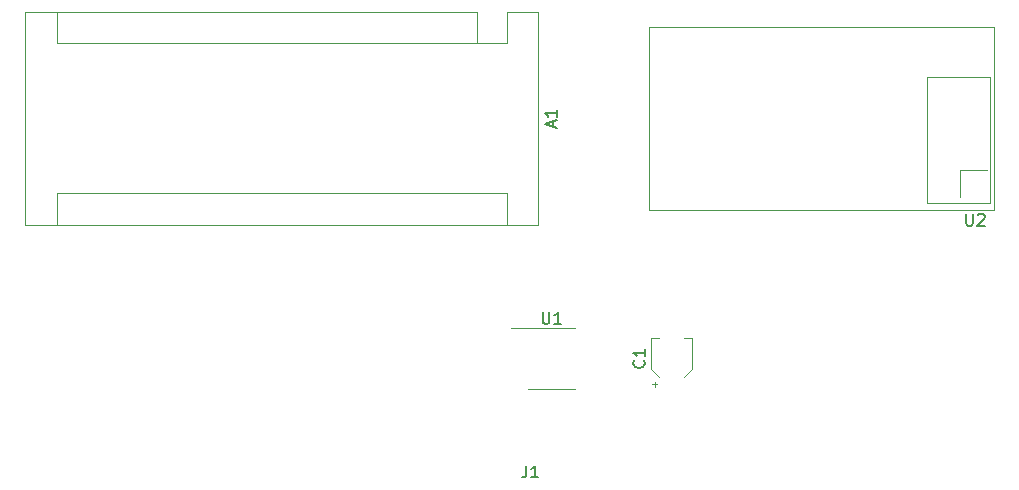
<source format=gbr>
%TF.GenerationSoftware,KiCad,Pcbnew,(6.0.5)*%
%TF.CreationDate,2022-06-15T21:14:50-03:00*%
%TF.ProjectId,transmitter-pcb,7472616e-736d-4697-9474-65722d706362,rev?*%
%TF.SameCoordinates,Original*%
%TF.FileFunction,Legend,Top*%
%TF.FilePolarity,Positive*%
%FSLAX46Y46*%
G04 Gerber Fmt 4.6, Leading zero omitted, Abs format (unit mm)*
G04 Created by KiCad (PCBNEW (6.0.5)) date 2022-06-15 21:14:50*
%MOMM*%
%LPD*%
G01*
G04 APERTURE LIST*
%ADD10C,0.150000*%
%ADD11C,0.120000*%
G04 APERTURE END LIST*
D10*
%TO.C,U1*%
X133858095Y-110352380D02*
X133858095Y-111161904D01*
X133905714Y-111257142D01*
X133953333Y-111304761D01*
X134048571Y-111352380D01*
X134239047Y-111352380D01*
X134334285Y-111304761D01*
X134381904Y-111257142D01*
X134429523Y-111161904D01*
X134429523Y-110352380D01*
X135429523Y-111352380D02*
X134858095Y-111352380D01*
X135143809Y-111352380D02*
X135143809Y-110352380D01*
X135048571Y-110495238D01*
X134953333Y-110590476D01*
X134858095Y-110638095D01*
%TO.C,A1*%
X134786666Y-94694285D02*
X134786666Y-94218095D01*
X135072380Y-94789523D02*
X134072380Y-94456190D01*
X135072380Y-94122857D01*
X135072380Y-93265714D02*
X135072380Y-93837142D01*
X135072380Y-93551428D02*
X134072380Y-93551428D01*
X134215238Y-93646666D01*
X134310476Y-93741904D01*
X134358095Y-93837142D01*
%TO.C,U2*%
X169718095Y-102057380D02*
X169718095Y-102866904D01*
X169765714Y-102962142D01*
X169813333Y-103009761D01*
X169908571Y-103057380D01*
X170099047Y-103057380D01*
X170194285Y-103009761D01*
X170241904Y-102962142D01*
X170289523Y-102866904D01*
X170289523Y-102057380D01*
X170718095Y-102152619D02*
X170765714Y-102105000D01*
X170860952Y-102057380D01*
X171099047Y-102057380D01*
X171194285Y-102105000D01*
X171241904Y-102152619D01*
X171289523Y-102247857D01*
X171289523Y-102343095D01*
X171241904Y-102485952D01*
X170670476Y-103057380D01*
X171289523Y-103057380D01*
%TO.C,J1*%
X132486666Y-123372380D02*
X132486666Y-124086666D01*
X132439047Y-124229523D01*
X132343809Y-124324761D01*
X132200952Y-124372380D01*
X132105714Y-124372380D01*
X133486666Y-124372380D02*
X132915238Y-124372380D01*
X133200952Y-124372380D02*
X133200952Y-123372380D01*
X133105714Y-123515238D01*
X133010476Y-123610476D01*
X132915238Y-123658095D01*
%TO.C,C1*%
X142437142Y-114466666D02*
X142484761Y-114514285D01*
X142532380Y-114657142D01*
X142532380Y-114752380D01*
X142484761Y-114895238D01*
X142389523Y-114990476D01*
X142294285Y-115038095D01*
X142103809Y-115085714D01*
X141960952Y-115085714D01*
X141770476Y-115038095D01*
X141675238Y-114990476D01*
X141580000Y-114895238D01*
X141532380Y-114752380D01*
X141532380Y-114657142D01*
X141580000Y-114514285D01*
X141627619Y-114466666D01*
X142532380Y-113514285D02*
X142532380Y-114085714D01*
X142532380Y-113800000D02*
X141532380Y-113800000D01*
X141675238Y-113895238D01*
X141770476Y-113990476D01*
X141818095Y-114085714D01*
D11*
%TO.C,U1*%
X134620000Y-116860000D02*
X132670000Y-116860000D01*
X134620000Y-111740000D02*
X131170000Y-111740000D01*
X134620000Y-116860000D02*
X136570000Y-116860000D01*
X134620000Y-111740000D02*
X136570000Y-111740000D01*
%TO.C,A1*%
X128270000Y-87630000D02*
X92710000Y-87630000D01*
X133480000Y-84960000D02*
X130810000Y-84960000D01*
X90040000Y-84960000D02*
X90040000Y-103000000D01*
X133480000Y-103000000D02*
X133480000Y-84960000D01*
X128270000Y-87630000D02*
X128270000Y-84960000D01*
X130810000Y-100330000D02*
X130810000Y-103000000D01*
X92710000Y-100330000D02*
X92710000Y-103000000D01*
X128270000Y-87630000D02*
X130810000Y-87630000D01*
X130810000Y-100330000D02*
X92710000Y-100330000D01*
X92710000Y-87630000D02*
X92710000Y-84960000D01*
X128270000Y-84960000D02*
X90040000Y-84960000D01*
X90040000Y-103000000D02*
X133480000Y-103000000D01*
X130810000Y-87630000D02*
X130810000Y-84960000D01*
%TO.C,U2*%
X142880000Y-101705000D02*
X142880000Y-86255000D01*
X142880000Y-86255000D02*
X172080000Y-86255000D01*
X171750000Y-101129000D02*
X171750000Y-101129000D01*
X172080000Y-101705000D02*
X142880000Y-101705000D01*
X169210000Y-100621000D02*
X169210000Y-98335000D01*
X166416000Y-90461000D02*
X171750000Y-90461000D01*
X172080000Y-86255000D02*
X172080000Y-101705000D01*
X169210000Y-98335000D02*
X171496000Y-98335000D01*
X171750000Y-90461000D02*
X171750000Y-101129000D01*
X171496000Y-98335000D02*
X171496000Y-98335000D01*
X166416000Y-101129000D02*
X166416000Y-90461000D01*
X172080000Y-101705000D02*
X172080000Y-101705000D01*
X171750000Y-101129000D02*
X166416000Y-101129000D01*
X171750000Y-90461000D02*
X171750000Y-90461000D01*
%TO.C,C1*%
X146540000Y-115170563D02*
X146540000Y-112540000D01*
X146540000Y-112540000D02*
X145840000Y-112540000D01*
X143157500Y-116487500D02*
X143532500Y-116487500D01*
X145840000Y-115870563D02*
X146540000Y-115170563D01*
X143020000Y-115170563D02*
X143020000Y-112540000D01*
X143020000Y-112540000D02*
X143720000Y-112540000D01*
X143345000Y-116675000D02*
X143345000Y-116300000D01*
X143720000Y-115870563D02*
X143020000Y-115170563D01*
%TD*%
M02*

</source>
